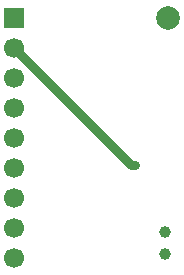
<source format=gbl>
G04 #@! TF.FileFunction,Copper,L2,Bot,Signal*
%FSLAX46Y46*%
G04 Gerber Fmt 4.6, Leading zero omitted, Abs format (unit mm)*
G04 Created by KiCad (PCBNEW 4.0.6-e0-6349~52~ubuntu16.10.1) date Wed May  3 13:22:09 2017*
%MOMM*%
%LPD*%
G01*
G04 APERTURE LIST*
%ADD10C,0.100000*%
%ADD11C,1.000000*%
%ADD12R,1.700000X1.700000*%
%ADD13C,1.700000*%
%ADD14C,2.000000*%
%ADD15C,0.700000*%
%ADD16C,0.750000*%
G04 APERTURE END LIST*
D10*
D11*
X134750000Y-103050000D03*
X134750000Y-104950000D03*
D12*
X122000000Y-85000000D03*
D13*
X122000000Y-87540000D03*
X122000000Y-90080000D03*
X122000000Y-92620000D03*
X122000000Y-95160000D03*
X122000000Y-97700000D03*
X122000000Y-100240000D03*
X122000000Y-102780000D03*
X122000000Y-105320000D03*
D14*
X135000000Y-85000000D03*
D15*
X132250000Y-97400000D03*
D16*
X122000000Y-87540000D02*
X131860000Y-97400000D01*
X131860000Y-97400000D02*
X132250000Y-97400000D01*
M02*

</source>
